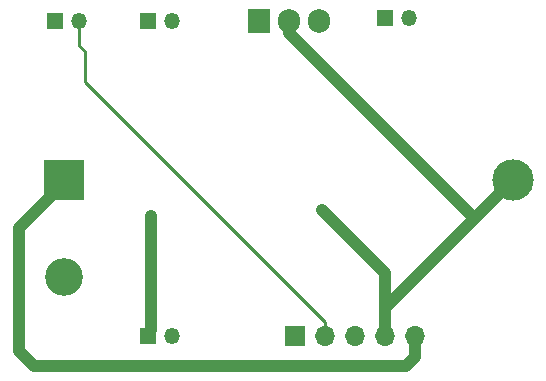
<source format=gbr>
G04 #@! TF.GenerationSoftware,KiCad,Pcbnew,(5.1.2)-2*
G04 #@! TF.CreationDate,2020-08-07T23:42:31+09:00*
G04 #@! TF.ProjectId,IRRemo,49525265-6d6f-42e6-9b69-6361645f7063,rev?*
G04 #@! TF.SameCoordinates,Original*
G04 #@! TF.FileFunction,Copper,L2,Bot*
G04 #@! TF.FilePolarity,Positive*
%FSLAX46Y46*%
G04 Gerber Fmt 4.6, Leading zero omitted, Abs format (unit mm)*
G04 Created by KiCad (PCBNEW (5.1.2)-2) date 2020-08-07 23:42:31*
%MOMM*%
%LPD*%
G04 APERTURE LIST*
%ADD10C,3.500000*%
%ADD11R,3.500000X3.500000*%
%ADD12C,3.200000*%
%ADD13O,1.700000X1.700000*%
%ADD14R,1.700000X1.700000*%
%ADD15O,1.905000X2.000000*%
%ADD16R,1.905000X2.000000*%
%ADD17O,1.350000X1.350000*%
%ADD18R,1.350000X1.350000*%
%ADD19C,0.800000*%
%ADD20C,0.250000*%
%ADD21C,1.000000*%
G04 APERTURE END LIST*
D10*
X147474000Y-113030000D03*
D11*
X109474000Y-113030000D03*
D12*
X109474000Y-121230000D03*
D13*
X139192000Y-126238000D03*
X136652000Y-126238000D03*
X134112000Y-126238000D03*
X131572000Y-126238000D03*
D14*
X129032000Y-126238000D03*
D15*
X131064000Y-99568000D03*
X128524000Y-99568000D03*
D16*
X125984000Y-99568000D03*
D17*
X138652000Y-99314000D03*
D18*
X136652000Y-99314000D03*
D17*
X110712000Y-99568000D03*
D18*
X108712000Y-99568000D03*
D17*
X118586000Y-99568000D03*
D18*
X116586000Y-99568000D03*
D17*
X118586000Y-126238000D03*
D18*
X116586000Y-126238000D03*
D19*
X116840000Y-116078000D03*
X131318000Y-115570000D03*
D20*
X109474000Y-113284000D02*
X109474000Y-113030000D01*
D21*
X139192000Y-126238000D02*
X139192000Y-128016000D01*
X139192000Y-128016000D02*
X138430000Y-128778000D01*
X138430000Y-128778000D02*
X106934000Y-128778000D01*
X106934000Y-128778000D02*
X105664000Y-127508000D01*
X105664000Y-127508000D02*
X105664000Y-117094000D01*
X105664000Y-117094000D02*
X109474000Y-113284000D01*
X116840000Y-116078000D02*
X116840000Y-125730000D01*
X116840000Y-125730000D02*
X116586000Y-125984000D01*
D20*
X144095000Y-116409000D02*
X136652000Y-123852000D01*
D21*
X144242000Y-116262000D02*
X144095000Y-116409000D01*
X147474000Y-113030000D02*
X144242000Y-116262000D01*
D20*
X144242000Y-116262000D02*
X144095000Y-116409000D01*
D21*
X144095000Y-116409000D02*
X144095000Y-116155000D01*
X144095000Y-116155000D02*
X128524000Y-100584000D01*
X144095000Y-116409000D02*
X136652000Y-123852000D01*
X136652000Y-123852000D02*
X136652000Y-120904000D01*
X136652000Y-120904000D02*
X131318000Y-115570000D01*
D20*
X128524000Y-99568000D02*
X128524000Y-100543000D01*
X128524000Y-100543000D02*
X144242000Y-116262000D01*
X147474000Y-113030000D02*
X144242000Y-116262000D01*
D21*
X136652000Y-126238000D02*
X136652000Y-123852000D01*
D20*
X111252000Y-102155500D02*
X110712000Y-101615500D01*
X110712000Y-101615500D02*
X110712000Y-99568000D01*
X131572000Y-126238000D02*
X131572000Y-125063000D01*
X131572000Y-125063000D02*
X111252000Y-104743000D01*
X111252000Y-104743000D02*
X111252000Y-102155500D01*
M02*

</source>
